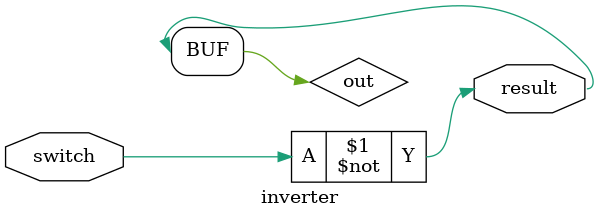
<source format=v>

/**
 * Iesus Hominum Salvator <3
 */

// Base on: https://github.com/google/skywater-pdk-libs-sky130_fd_sc_hd/blob/main/cells/inv/sky130_fd_sc_hd__inv.functional.v
module inverter(input switch, output result);

    wire out;
    not not0 (out, switch);
    buf buf0 (result, out);

endmodule



</source>
